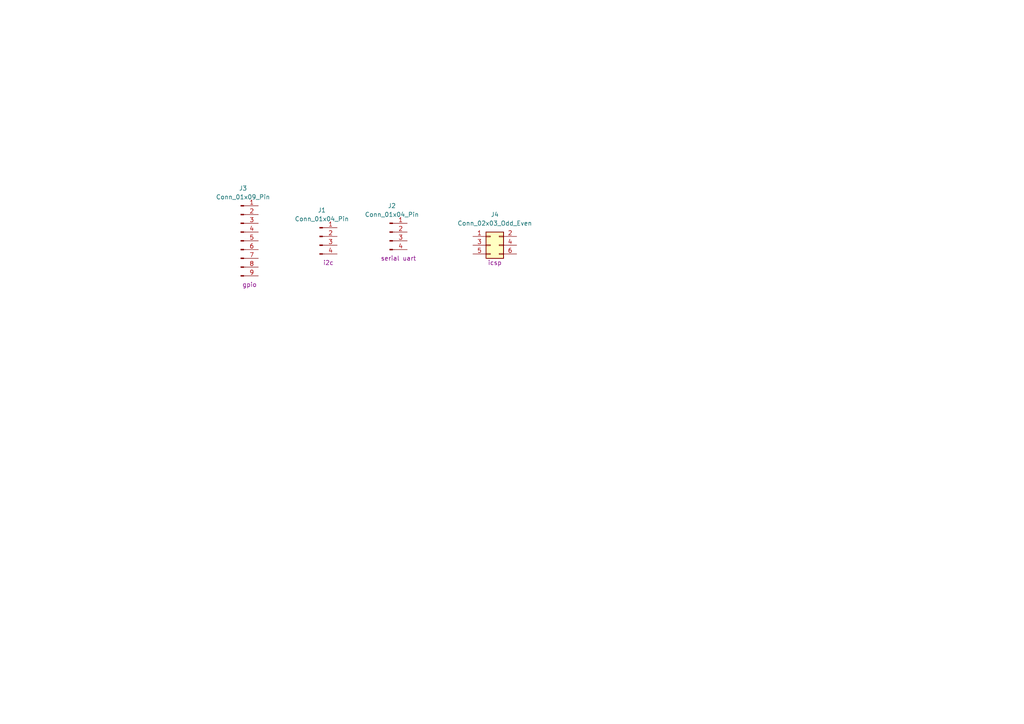
<source format=kicad_sch>
(kicad_sch (version 20250114) (generator "eeschema") (generator_version "9.0")
  (paper "A4")
  (lib_symbols
    (symbol "Connector:Conn_01x04_Pin" (pin_names (offset 1.016) (hide yes))
      (property "Reference" "J" (at 0 5.08 0))
      (property "Value" "Conn_01x04_Pin" (at 0 -7.62 0))
      (symbol "Conn_01x04_Pin_1_1"
        (rectangle (start 0.8636 2.667) (end 0 2.413) (stroke (width 0.1524)) (fill (type outline)))
        (rectangle (start 0.8636 0.127) (end 0 -0.127) (stroke (width 0.1524)) (fill (type outline)))
        (rectangle (start 0.8636 -2.413) (end 0 -2.667) (stroke (width 0.1524)) (fill (type outline)))
        (rectangle (start 0.8636 -4.953) (end 0 -5.207) (stroke (width 0.1524)) (fill (type outline)))
        (polyline (pts (xy 1.27 2.54) (xy 0.8636 2.54)) (stroke (width 0.1524)))
        (polyline (pts (xy 1.27 0) (xy 0.8636 0)) (stroke (width 0.1524)))
        (polyline (pts (xy 1.27 -2.54) (xy 0.8636 -2.54)) (stroke (width 0.1524)))
        (polyline (pts (xy 1.27 -5.08) (xy 0.8636 -5.08)) (stroke (width 0.1524)))
        (pin passive line (at 5.08 2.54 180) (length 3.81) (name "Pin_1") (number "1"))
        (pin passive line (at 5.08 0 180) (length 3.81) (name "Pin_2") (number "2"))
        (pin passive line (at 5.08 -2.54 180) (length 3.81) (name "Pin_3") (number "3"))
        (pin passive line (at 5.08 -5.08 180) (length 3.81) (name "Pin_4") (number "4"))
      )
    )
    (symbol "Connector:Conn_01x09_Pin" (pin_names (offset 1.016) (hide yes))
      (property "Reference" "J" (at 0 12.7 0))
      (property "Value" "Conn_01x09_Pin" (at 0 -12.7 0))
      (symbol "Conn_01x09_Pin_1_1"
        (rectangle (start 0.8636 10.287) (end 0 10.033) (stroke (width 0.1524)) (fill (type outline)))
        (rectangle (start 0.8636 7.747) (end 0 7.493) (stroke (width 0.1524)) (fill (type outline)))
        (rectangle (start 0.8636 5.207) (end 0 4.953) (stroke (width 0.1524)) (fill (type outline)))
        (rectangle (start 0.8636 2.667) (end 0 2.413) (stroke (width 0.1524)) (fill (type outline)))
        (rectangle (start 0.8636 0.127) (end 0 -0.127) (stroke (width 0.1524)) (fill (type outline)))
        (rectangle (start 0.8636 -2.413) (end 0 -2.667) (stroke (width 0.1524)) (fill (type outline)))
        (rectangle (start 0.8636 -4.953) (end 0 -5.207) (stroke (width 0.1524)) (fill (type outline)))
        (rectangle (start 0.8636 -7.493) (end 0 -7.747) (stroke (width 0.1524)) (fill (type outline)))
        (rectangle (start 0.8636 -10.033) (end 0 -10.287) (stroke (width 0.1524)) (fill (type outline)))
        (polyline (pts (xy 1.27 10.16) (xy 0.8636 10.16)) (stroke (width 0.1524)))
        (polyline (pts (xy 1.27 7.62) (xy 0.8636 7.62)) (stroke (width 0.1524)))
        (polyline (pts (xy 1.27 5.08) (xy 0.8636 5.08)) (stroke (width 0.1524)))
        (polyline (pts (xy 1.27 2.54) (xy 0.8636 2.54)) (stroke (width 0.1524)))
        (polyline (pts (xy 1.27 0) (xy 0.8636 0)) (stroke (width 0.1524)))
        (polyline (pts (xy 1.27 -2.54) (xy 0.8636 -2.54)) (stroke (width 0.1524)))
        (polyline (pts (xy 1.27 -5.08) (xy 0.8636 -5.08)) (stroke (width 0.1524)))
        (polyline (pts (xy 1.27 -7.62) (xy 0.8636 -7.62)) (stroke (width 0.1524)))
        (polyline (pts (xy 1.27 -10.16) (xy 0.8636 -10.16)) (stroke (width 0.1524)))
        (pin passive line (at 5.08 10.16 180) (length 3.81) (name "Pin_1") (number "1"))
        (pin passive line (at 5.08 7.62 180) (length 3.81) (name "Pin_2") (number "2"))
        (pin passive line (at 5.08 5.08 180) (length 3.81) (name "Pin_3") (number "3"))
        (pin passive line (at 5.08 2.54 180) (length 3.81) (name "Pin_4") (number "4"))
        (pin passive line (at 5.08 0 180) (length 3.81) (name "Pin_5") (number "5"))
        (pin passive line (at 5.08 -2.54 180) (length 3.81) (name "Pin_6") (number "6"))
        (pin passive line (at 5.08 -5.08 180) (length 3.81) (name "Pin_7") (number "7"))
        (pin passive line (at 5.08 -7.62 180) (length 3.81) (name "Pin_8") (number "8"))
        (pin passive line (at 5.08 -10.16 180) (length 3.81) (name "Pin_9") (number "9"))
      )
    )
    (symbol "Connector_Generic:Conn_02x03_Odd_Even" (pin_names (offset 1.016) (hide yes))
      (property "Reference" "J" (at 1.27 5.08 0))
      (property "Value" "Conn_02x03_Odd_Even" (at 1.27 -5.08 0))
      (symbol "Conn_02x03_Odd_Even_1_1"
        (rectangle (start -1.27 3.81) (end 3.81 -3.81) (stroke (width 0.254)) (fill (type background)))
        (rectangle (start -1.27 2.667) (end 0 2.413) (stroke (width 0.1524)))
        (rectangle (start -1.27 0.127) (end 0 -0.127) (stroke (width 0.1524)))
        (rectangle (start -1.27 -2.413) (end 0 -2.667) (stroke (width 0.1524)))
        (rectangle (start 3.81 2.667) (end 2.54 2.413) (stroke (width 0.1524)))
        (rectangle (start 3.81 0.127) (end 2.54 -0.127) (stroke (width 0.1524)))
        (rectangle (start 3.81 -2.413) (end 2.54 -2.667) (stroke (width 0.1524)))
        (pin passive line (at -5.08 2.54 0) (length 3.81) (name "Pin_1") (number "1"))
        (pin passive line (at -5.08 0 0) (length 3.81) (name "Pin_3") (number "3"))
        (pin passive line (at -5.08 -2.54 0) (length 3.81) (name "Pin_5") (number "5"))
        (pin passive line (at 7.62 2.54 180) (length 3.81) (name "Pin_2") (number "2"))
        (pin passive line (at 7.62 0 180) (length 3.81) (name "Pin_4") (number "4"))
        (pin passive line (at 7.62 -2.54 180) (length 3.81) (name "Pin_6") (number "6"))
      )
    )
  )
  (symbol (lib_id "Connector:Conn_01x04_Pin") (at 113.03 67.31 0) (unit 1)
    (property "Reference" "J2" (at 113.665 59.69 0))
    (property "Value" "Conn_01x04_Pin" (at 113.665 62.23 0))
    (property "Footprint" "Connector_PinHeader_2.54mm:PinHeader_1x04_P2.54mm_Vertical" (effects (hide yes)))
    (property "Description" "Generic connector, single row, 01x04, script generated" (effects (hide yes)))
    (property "Purpose" "serial uart" (at 115.57 74.93 0))
  )
  (symbol (lib_id "Connector:Conn_01x09_Pin") (at 69.85 69.85 0) (unit 1)
    (property "Reference" "J3" (at 70.485 54.61 0))
    (property "Value" "Conn_01x09_Pin" (at 70.485 57.15 0))
    (property "Footprint" "Connector_PinHeader_2.54mm:PinHeader_1x09_P2.54mm_Vertical" (effects (hide yes)))
    (property "Description" "Generic connector, single row, 01x09, script generated" (effects (hide yes)))
    (property "Purpose" "gpio" (at 72.39 82.55 0))
  )
  (symbol (lib_id "Connector_Generic:Conn_02x03_Odd_Even") (at 142.24 71.12 0) (unit 1)
    (property "Reference" "J4" (at 143.51 62.23 0))
    (property "Value" "Conn_02x03_Odd_Even" (at 143.51 64.77 0))
    (property "Footprint" "Connector_PinHeader_2.54mm:PinHeader_2x03_P2.54mm_Vertical" (effects (hide yes)))
    (property "Description" "Generic connector, double row, 02x03, odd/even pin numbering scheme (row 1 odd numbers, row 2 even numbers), script generated (kicad-library-utils/schlib/autogen/connector/)" (effects (hide yes)))
    (property "Purpose" "icsp" (at 143.51 76.2 0))
  )
  (symbol (lib_id "Connector:Conn_01x04_Pin") (at 92.71 68.58 0) (unit 1)
    (property "Reference" "J1" (at 93.345 60.96 0))
    (property "Value" "Conn_01x04_Pin" (at 93.345 63.5 0))
    (property "Footprint" "Connector_PinHeader_2.54mm:PinHeader_1x04_P2.54mm_Vertical" (effects (hide yes)))
    (property "Description" "Generic connector, single row, 01x04, script generated" (effects (hide yes)))
    (property "Purpose" "i2c" (at 95.25 76.2 0))
  )
)
</source>
